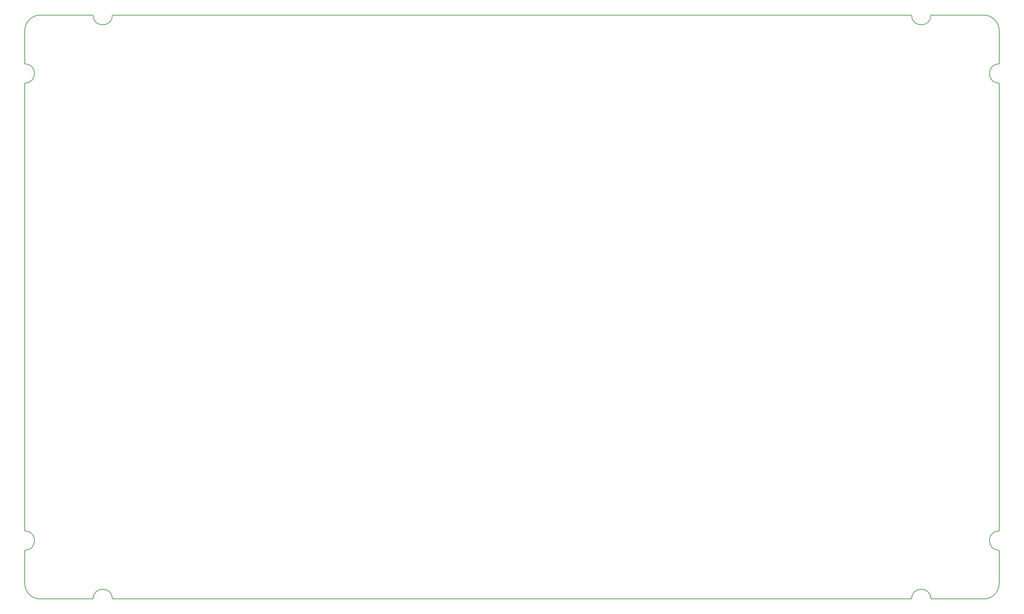
<source format=gko>
%FSLAX25Y25*%
%MOIN*%
G70*
G01*
G75*
G04 Layer_Color=16711935*
%ADD10C,0.00591*%
%ADD11R,0.11024X0.04921*%
%ADD12R,0.01378X0.02165*%
%ADD13R,0.12992X0.17323*%
%ADD14R,0.15354X0.24410*%
%ADD15R,0.04724X0.07087*%
%ADD16R,0.05906X0.07087*%
%ADD17R,0.04724X0.04724*%
%ADD18R,0.04724X0.13386*%
%ADD19R,0.01969X0.02362*%
%ADD20R,0.06693X0.09843*%
%ADD21R,0.06890X0.04724*%
%ADD22R,0.03543X0.02362*%
%ADD23R,0.06693X0.07874*%
%ADD24R,0.05315X0.01772*%
%ADD25R,0.06299X0.22441*%
%ADD26R,0.02362X0.01969*%
%ADD27R,0.12992X0.09843*%
%ADD28C,0.01772*%
%ADD29C,0.00100*%
%ADD30C,0.15748*%
%ADD31C,0.07874*%
%ADD32C,0.00984*%
%ADD33C,0.00787*%
%ADD34C,0.01000*%
%ADD35R,0.10630X0.04528*%
%ADD36R,0.00984X0.01772*%
%ADD37R,0.11417X0.05315*%
%ADD38R,0.01772X0.02559*%
%ADD39R,0.13792X0.18123*%
%ADD40R,0.16154X0.25210*%
%ADD41R,0.05524X0.07887*%
%ADD42R,0.06706X0.07887*%
%ADD43R,0.05524X0.05524*%
%ADD44R,0.05118X0.05118*%
%ADD45R,0.05524X0.14186*%
%ADD46R,0.02756X0.03150*%
%ADD47R,0.07493X0.10642*%
%ADD48R,0.07690X0.05524*%
%ADD49R,0.04331X0.03150*%
%ADD50R,0.07087X0.08268*%
%ADD51R,0.05709X0.02165*%
%ADD52R,0.07099X0.23241*%
%ADD53R,0.03150X0.02756*%
%ADD54R,0.13792X0.10642*%
%ADD55C,0.16548*%
%ADD56C,0.08674*%
D33*
X-492126Y-279528D02*
G03*
X-476378Y-295276I15748J0D01*
G01*
X-403544D02*
G03*
X-423229Y-295276I-9843J0D01*
G01*
X423229D02*
G03*
X403544Y-295276I-9843J0D01*
G01*
X476378D02*
G03*
X492126Y-279528I0J15748D01*
G01*
Y-226378D02*
G03*
X492126Y-246063I0J-9843D01*
G01*
Y246063D02*
G03*
X492126Y226378I0J-9843D01*
G01*
Y279528D02*
G03*
X476378Y295276I-15748J0D01*
G01*
X-423229D02*
G03*
X-403544Y295276I9843J0D01*
G01*
X-476378D02*
G03*
X-492126Y279528I0J-15748D01*
G01*
Y226378D02*
G03*
X-492126Y246063I0J9843D01*
G01*
Y-246063D02*
G03*
X-492126Y-226378I0J9843D01*
G01*
X403544Y295276D02*
G03*
X423229Y295276I9843J0D01*
G01*
X-476378Y-295276D02*
X-423229D01*
X-403544D02*
X403544D01*
X423229D02*
X476378D01*
X492126Y-279528D02*
Y-246063D01*
Y-226378D02*
Y226378D01*
Y246063D02*
Y279528D01*
X-403544Y295276D02*
X403544D01*
X-492126Y246063D02*
Y279528D01*
Y-226378D02*
Y226378D01*
Y-279528D02*
Y-246063D01*
X423229Y295276D02*
X476378D01*
X-476378D02*
X-423229D01*
M02*

</source>
